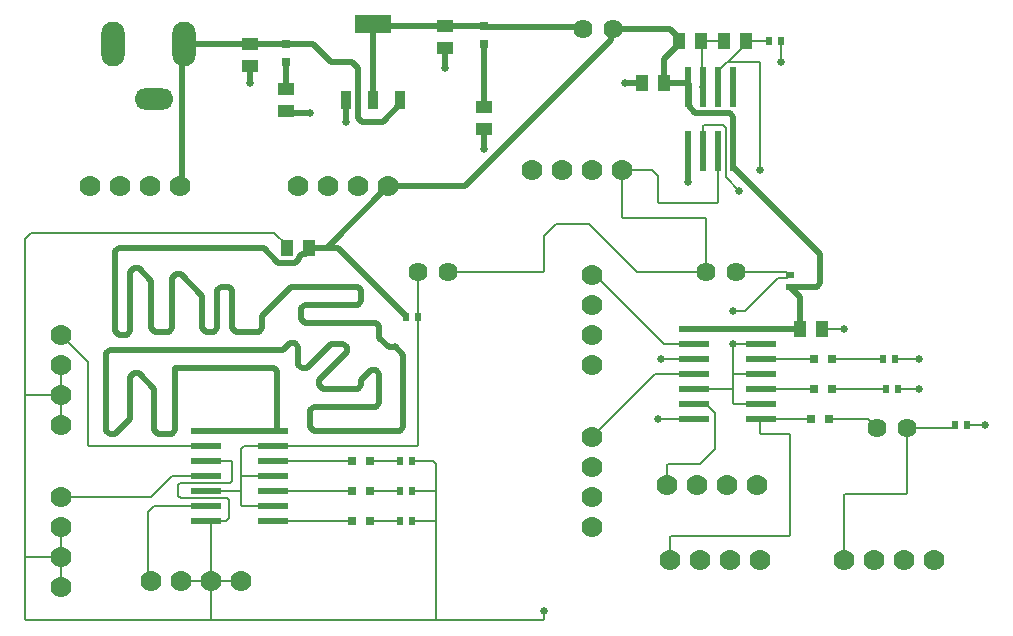
<source format=gtl>
G04*
G04 #@! TF.GenerationSoftware,Altium Limited,Altium Designer,21.8.1 (53)*
G04*
G04 Layer_Physical_Order=1*
G04 Layer_Color=255*
%FSLAX25Y25*%
%MOIN*%
G70*
G04*
G04 #@! TF.SameCoordinates,EC8DCCC1-7592-430C-AF42-B363D8801F71*
G04*
G04*
G04 #@! TF.FilePolarity,Positive*
G04*
G01*
G75*
%ADD10C,0.00600*%
%ADD11C,0.02000*%
%ADD12C,0.01500*%
%ADD19R,0.03300X0.06300*%
%ADD20R,0.12200X0.06300*%
%ADD21R,0.03937X0.05709*%
%ADD22R,0.03150X0.03150*%
%ADD23R,0.02362X0.02756*%
%ADD24R,0.10433X0.02362*%
%ADD25R,0.05709X0.03937*%
%ADD26R,0.02362X0.13386*%
%ADD27R,0.03150X0.03150*%
%ADD28R,0.02756X0.02362*%
%ADD41C,0.07000*%
%ADD42C,0.06378*%
%ADD43O,0.12992X0.07087*%
%ADD44O,0.07874X0.14961*%
%ADD45C,0.02500*%
D10*
X25352Y61000D02*
X64335D01*
X25000Y61352D02*
X25352Y61000D01*
X25000Y61352D02*
Y89000D01*
X16000Y98000D02*
X25000Y89000D01*
X135000Y61352D02*
Y103969D01*
X134649Y61000D02*
X135000Y61352D01*
X4000Y78000D02*
Y130000D01*
X6000Y132000D01*
X140648Y3000D02*
X176648D01*
X177000Y3351D02*
Y6000D01*
X176648Y3000D02*
X177000Y3351D01*
X66000Y3000D02*
X140648D01*
X4352D02*
X66000D01*
Y16000D01*
X4000Y24000D02*
Y78000D01*
Y3351D02*
Y24000D01*
X16000D01*
X141000Y3351D02*
Y35649D01*
X140648Y3000D02*
X141000Y3351D01*
X140648Y36000D02*
X141000Y35649D01*
X4000Y3351D02*
X4352Y3000D01*
X4000Y78000D02*
X16000D01*
X65119Y36000D02*
X71000D01*
X64335D02*
X65119D01*
X66000Y35119D01*
Y16000D02*
Y35119D01*
X6000Y132000D02*
X87146D01*
X91260Y127000D02*
Y127886D01*
X87146Y132000D02*
X91260Y127886D01*
X66000Y16000D02*
X76000D01*
X56000D02*
X66000D01*
X16000Y24000D02*
Y34000D01*
Y14000D02*
Y24000D01*
Y78000D02*
Y88000D01*
Y68000D02*
Y78000D01*
X132937Y36000D02*
X140648D01*
X141000Y36351D01*
Y46352D01*
X132937Y46000D02*
X140648D01*
X141000Y46352D02*
Y55000D01*
X140648Y46000D02*
X141000Y46352D01*
X140000Y56000D02*
X141000Y55000D01*
X132937Y56000D02*
X140000D01*
X71000Y36000D02*
X72000Y37000D01*
Y43000D01*
X71481Y43519D02*
X72000Y43000D01*
X55833Y43519D02*
X71481D01*
X55000Y44352D02*
Y48000D01*
Y44352D02*
X55833Y43519D01*
X55519Y48519D02*
X72167D01*
X55000Y48000D02*
X55519Y48519D01*
X72167D02*
X73000Y49352D01*
Y55648D01*
X64335Y56000D02*
X72649D01*
X73000Y55648D01*
X45000Y17000D02*
X46000Y16000D01*
X45000Y17000D02*
Y39000D01*
X47000Y41000D02*
X64335D01*
X45000Y39000D02*
X47000Y41000D01*
X53000Y51000D02*
X64335D01*
X46000Y44000D02*
X53000Y51000D01*
X16000Y44000D02*
X46000D01*
X76000Y46352D02*
Y51351D01*
Y41352D02*
Y46352D01*
X64335Y46000D02*
X75648D01*
X76000Y46352D01*
Y41352D02*
X76351Y41000D01*
X86665D01*
X76351Y51000D02*
X86665D01*
X76000Y51351D02*
Y60000D01*
Y51351D02*
X76351Y51000D01*
X76000Y60000D02*
X77000Y61000D01*
X86665D01*
X134649D01*
X134968Y104000D02*
X135000Y103969D01*
X134968Y104000D02*
X135000Y104032D01*
Y119000D01*
X118905Y36000D02*
X129000D01*
X86665D02*
X113000D01*
X118905Y46000D02*
X129000D01*
X86665D02*
X113000D01*
X118905Y56000D02*
X129000D01*
X86665D02*
X113000D01*
X208000Y119000D02*
X231000D01*
X181000Y135000D02*
X192000D01*
X208000Y119000D01*
X176648D02*
X177000Y119351D01*
X145000Y119000D02*
X176648D01*
X177000Y119351D02*
Y131000D01*
X181000Y135000D01*
X240352Y75000D02*
X249165D01*
X240000Y75352D02*
X240352Y75000D01*
X240000Y75352D02*
Y80352D01*
Y85352D01*
X226835Y80000D02*
X239649D01*
X240000Y80352D01*
X240352Y85000D02*
X249165D01*
X240000Y85352D02*
Y95000D01*
Y85352D02*
X240352Y85000D01*
X240000Y95000D02*
X249165D01*
X240000Y106000D02*
X244000D01*
X255119Y117119D01*
X258119D02*
X259000Y118000D01*
X255119Y117119D02*
X258119D01*
X236649Y168000D02*
X237519Y167130D01*
Y150481D02*
Y167130D01*
Y150481D02*
X242000Y146000D01*
X230351Y168000D02*
X236649D01*
X230000Y159370D02*
Y167648D01*
X230351Y168000D01*
X238366Y189000D02*
X244480Y195114D01*
X238366Y189000D02*
X248649D01*
X237858D02*
X238366D01*
X235000Y186142D02*
X237858Y189000D01*
X249000Y153000D02*
Y188648D01*
X248649Y189000D02*
X249000Y188648D01*
X235000Y180630D02*
Y186142D01*
X214000Y85000D02*
X226835D01*
X193000Y64000D02*
X214000Y85000D01*
X217000Y95000D02*
X226835D01*
X193000Y118000D02*
X194000D01*
X217000Y95000D01*
X249000Y65351D02*
Y69835D01*
X249352Y65000D02*
X258648D01*
X249000Y69835D02*
X249165Y70000D01*
X249000Y65351D02*
X249352Y65000D01*
X259000Y31352D02*
Y64648D01*
X258648Y65000D02*
X259000Y64648D01*
X219352Y31000D02*
X258648D01*
X259000Y31352D01*
X219000Y23000D02*
Y30648D01*
X219352Y31000D01*
X218000Y48000D02*
Y54649D01*
X218352Y55000D02*
X229000D01*
X218000Y54649D02*
X218352Y55000D01*
X229000D02*
X234000Y60000D01*
Y71870D01*
X226835Y75000D02*
X230870D01*
X234000Y71870D01*
X241000Y119000D02*
X257803D01*
X258803Y118000D01*
X259000D01*
X215000Y70000D02*
X226835D01*
X216000Y90000D02*
X226835D01*
X257937Y119000D02*
X258000Y118937D01*
X231000Y119000D02*
Y136648D01*
X230648Y137000D02*
X231000Y136648D01*
X203351Y137000D02*
X230648D01*
X203000Y137352D02*
Y153000D01*
Y137352D02*
X203351Y137000D01*
X269740Y100000D02*
X277000D01*
X298000Y45351D02*
Y67000D01*
X277351Y45000D02*
X297649D01*
X298000Y45351D01*
X277000Y44649D02*
X277351Y45000D01*
X277000Y23000D02*
Y44649D01*
X285000Y70000D02*
X288000Y67000D01*
X271953Y70000D02*
X285000D01*
X317969Y68000D02*
X324000D01*
X313150Y67000D02*
X314032Y67881D01*
X298000Y67000D02*
X313150D01*
X314032Y67881D02*
Y68000D01*
X295000Y80000D02*
X302000D01*
X293969Y90000D02*
X302000D01*
X249165Y70000D02*
X266047D01*
X272953Y80000D02*
X291063D01*
X249165D02*
X267047D01*
X272953Y90000D02*
X290032D01*
X249165D02*
X267047D01*
X235000Y142351D02*
Y159370D01*
X234648Y142000D02*
X235000Y142351D01*
X215352Y142000D02*
X234648D01*
X215000Y142351D02*
Y151000D01*
Y142351D02*
X215352Y142000D01*
X213000Y153000D02*
X215000Y151000D01*
X203000Y153000D02*
X213000D01*
X244480Y196000D02*
X252000D01*
X244480Y195114D02*
Y196000D01*
X255968Y189032D02*
Y195968D01*
X229480Y196000D02*
X237000D01*
X229819Y180811D02*
Y195661D01*
D11*
X125000Y147500D02*
X150500D01*
X199162Y199162D02*
X200000Y200000D01*
X150500Y147500D02*
X199162Y196162D01*
Y199162D01*
X86500Y66000D02*
X87819D01*
X64335D02*
X86500D01*
X54000Y87000D02*
X86828D01*
X87819Y66000D02*
X88000Y66181D01*
Y85828D01*
X86828Y87000D02*
X88000Y85828D01*
X47000Y66172D02*
X48172Y65000D01*
X52828D01*
X54000Y66172D01*
X47000D02*
Y80000D01*
X54000Y66172D02*
Y87000D01*
X32172Y64828D02*
X33828D01*
X39000Y70000D01*
Y84000D01*
X31000Y66000D02*
Y91828D01*
Y66000D02*
X32172Y64828D01*
X41828Y85172D02*
X47000Y80000D01*
X40172Y85172D02*
X41828D01*
X39000Y84000D02*
X40172Y85172D01*
X83000Y104343D02*
X92657Y114000D01*
X114828D01*
X116000Y109172D02*
Y112828D01*
X114828Y114000D02*
X116000Y112828D01*
X97172Y108000D02*
X114828D01*
X116000Y109172D01*
X96000Y106828D02*
X97172Y108000D01*
X108228Y127000D02*
X131032Y104197D01*
X74172Y99000D02*
X81828D01*
X83000Y100172D01*
Y104343D01*
X96000Y103172D02*
Y106828D01*
X73000Y100172D02*
Y112828D01*
Y100172D02*
X74172Y99000D01*
X69172Y114000D02*
X71828D01*
X73000Y112828D01*
X68000D02*
X69172Y114000D01*
X64172Y99000D02*
X66828D01*
X68000Y100172D02*
Y112828D01*
X66828Y99000D02*
X68000Y100172D01*
X53000D02*
Y117000D01*
X54172Y118172D01*
X55828D02*
X63000Y111000D01*
X47172Y99000D02*
X51828D01*
X54172Y118172D02*
X55828D01*
X51828Y99000D02*
X53000Y100172D01*
X40172Y120172D02*
X41828D01*
X34000Y99172D02*
Y125828D01*
X46000Y100172D02*
X47172Y99000D01*
X39000Y99172D02*
Y119000D01*
X46000Y100172D02*
Y116000D01*
X35172Y127000D02*
X83609D01*
X39000Y119000D02*
X40172Y120172D01*
X41828D02*
X46000Y116000D01*
X35172Y98000D02*
X37828D01*
X39000Y99172D01*
X34000D02*
X35172Y98000D01*
X34000Y125828D02*
X35172Y127000D01*
X63000Y100172D02*
X64172Y99000D01*
X63000Y100172D02*
Y111000D01*
X83609Y127000D02*
X88463Y122146D01*
X95228Y123317D02*
Y123974D01*
X96400Y125146D01*
X97772D01*
X98740Y126114D01*
Y127000D01*
X94057Y122146D02*
X95228Y123317D01*
X88463Y122146D02*
X94057D01*
X92172Y95172D02*
X93828D01*
X120828Y74000D02*
X122000Y75172D01*
X127172Y94172D02*
X130000Y91343D01*
X114828Y80000D02*
X116000Y81172D01*
X130000Y67172D02*
Y91343D01*
X99000Y72828D02*
X100172Y74000D01*
X116000Y81172D02*
Y83000D01*
X122000Y97000D02*
Y100828D01*
X100172Y66000D02*
X128828D01*
X97172Y102000D02*
X120828D01*
X116000Y83000D02*
X119172Y86172D01*
X125172Y93828D02*
X126828D01*
X128828Y66000D02*
X130000Y67172D01*
X110000Y95000D02*
X111172Y93828D01*
X119172Y86172D02*
X120828D01*
X100172Y74000D02*
X120828D01*
X93828Y95172D02*
X95000Y94000D01*
X120828Y102000D02*
X122000Y100828D01*
X126828Y93828D02*
X127172Y94172D01*
X122000Y75172D02*
Y85000D01*
X103172Y80000D02*
X114828D01*
X32172Y93000D02*
X90000D01*
X122000Y97000D02*
X125172Y93828D01*
X102000Y81172D02*
X103172Y80000D01*
X96172Y86828D02*
X97828D01*
X120828Y86172D02*
X122000Y85000D01*
X96000Y103172D02*
X97172Y102000D01*
X99000Y67172D02*
Y72828D01*
Y67172D02*
X100172Y66000D01*
X102000Y81172D02*
Y83000D01*
X111172Y92172D01*
Y93828D01*
X106000Y95000D02*
X110000D01*
X97828Y86828D02*
X106000Y95000D01*
X95000Y88000D02*
X96172Y86828D01*
X95000Y88000D02*
Y94000D01*
X90000Y93000D02*
X92172Y95172D01*
X31000Y91828D02*
X32172Y93000D01*
X104500Y127000D02*
X108228D01*
X104500D02*
X125000Y147500D01*
X98740Y127000D02*
X104500D01*
X131032Y104000D02*
Y104197D01*
X240000Y153858D02*
X269000Y124858D01*
Y115172D02*
Y124858D01*
X267828Y114000D02*
X269000Y115172D01*
X259260Y114000D02*
X267828D01*
X238828Y171937D02*
X240000Y170765D01*
Y153858D02*
Y170765D01*
X225181Y174172D02*
X227416Y171937D01*
X225181Y174172D02*
Y181638D01*
X227416Y171937D02*
X238828D01*
X224819Y182000D02*
X225181Y181638D01*
X204000Y182000D02*
X209520D01*
X226835Y100000D02*
X249000D01*
X262260D01*
X259260Y114000D02*
X259378Y113882D01*
X259197Y114063D02*
X259260Y114000D01*
X259378Y113685D02*
Y113882D01*
X259000Y114063D02*
X259197D01*
X259378Y113685D02*
X262260Y110803D01*
Y100000D02*
Y110803D01*
X255937Y196000D02*
X255968Y195968D01*
Y189032D02*
X256000Y189000D01*
X229819Y180811D02*
X230000Y180630D01*
X229480Y196000D02*
X229819Y195661D01*
X217000Y190114D02*
X222000Y195114D01*
Y196000D01*
X217000Y182000D02*
Y190114D01*
X218886Y200000D02*
X222000Y196886D01*
X200000Y200000D02*
X218886D01*
X222000Y196000D02*
Y196886D01*
X217000Y182000D02*
X224819D01*
X225000Y149000D02*
Y159370D01*
X157000Y160000D02*
Y166520D01*
X144000Y187000D02*
Y193520D01*
X110950Y169050D02*
Y176350D01*
X110900Y176400D02*
X110950Y176350D01*
Y169050D02*
X111000Y169000D01*
X91424Y172096D02*
X98904D01*
X91000Y172520D02*
X91424Y172096D01*
X98904D02*
X99000Y172000D01*
X79000Y182000D02*
Y187520D01*
X157000Y174000D02*
Y195095D01*
X129100Y174900D02*
Y176400D01*
X123200Y169000D02*
X129100Y174900D01*
X115000Y170172D02*
Y186828D01*
X116172Y169000D02*
X123200D01*
X115000Y170172D02*
X116172Y169000D01*
X106000Y189000D02*
X112828D01*
X115000Y186828D01*
X100094Y194905D02*
X106000Y189000D01*
X91000Y194905D02*
X100094D01*
X189500Y200500D02*
X190000Y200000D01*
X157000Y201000D02*
X157500Y200500D01*
X189500D01*
X144000Y201000D02*
X157000D01*
X120000Y201600D02*
X120600Y201000D01*
X144000D01*
X120000Y176400D02*
Y201600D01*
X91000Y180000D02*
Y189000D01*
X79047Y194953D02*
X90953D01*
X79000Y195000D02*
X79047Y194953D01*
X90953D02*
X91000Y194905D01*
X56250Y148250D02*
Y194250D01*
X57000Y195000D02*
X79000D01*
D12*
X55500Y147500D02*
X56250Y148250D01*
Y194250D02*
X57000Y195000D01*
D19*
X129100Y176400D02*
D03*
X120000D02*
D03*
X110900D02*
D03*
D20*
X120000Y201600D02*
D03*
D21*
X91260Y127000D02*
D03*
X98740D02*
D03*
X209520Y182000D02*
D03*
X217000D02*
D03*
X269740Y100000D02*
D03*
X262260D02*
D03*
X222000Y196000D02*
D03*
X229480D02*
D03*
X237000D02*
D03*
X244480D02*
D03*
D22*
X113000Y56000D02*
D03*
X118905D02*
D03*
X113000Y36000D02*
D03*
X118905D02*
D03*
X113000Y46000D02*
D03*
X118905D02*
D03*
X267047Y90000D02*
D03*
X272953D02*
D03*
X267047Y80000D02*
D03*
X272953D02*
D03*
X266047Y70000D02*
D03*
X271953D02*
D03*
D23*
X129000Y56000D02*
D03*
X132937D02*
D03*
X129000Y36000D02*
D03*
X132937D02*
D03*
X129000Y46000D02*
D03*
X132937D02*
D03*
X291063Y80000D02*
D03*
X295000D02*
D03*
X252000Y196000D02*
D03*
X255937D02*
D03*
X131032Y104000D02*
D03*
X134968D02*
D03*
X290032Y90000D02*
D03*
X293969D02*
D03*
X314032Y68000D02*
D03*
X317969D02*
D03*
D24*
X226835Y100000D02*
D03*
Y95000D02*
D03*
Y90000D02*
D03*
Y85000D02*
D03*
Y80000D02*
D03*
Y75000D02*
D03*
Y70000D02*
D03*
X249165D02*
D03*
Y75000D02*
D03*
Y80000D02*
D03*
Y85000D02*
D03*
Y90000D02*
D03*
Y95000D02*
D03*
X249000Y100000D02*
D03*
X64335Y66000D02*
D03*
Y61000D02*
D03*
Y56000D02*
D03*
Y51000D02*
D03*
Y46000D02*
D03*
Y41000D02*
D03*
Y36000D02*
D03*
X86665D02*
D03*
Y41000D02*
D03*
Y46000D02*
D03*
Y51000D02*
D03*
Y56000D02*
D03*
Y61000D02*
D03*
X86500Y66000D02*
D03*
D25*
X91000Y172520D02*
D03*
Y180000D02*
D03*
X79000Y195000D02*
D03*
Y187520D02*
D03*
X144000Y201000D02*
D03*
Y193520D02*
D03*
X157000Y166520D02*
D03*
Y174000D02*
D03*
D26*
X225000Y180630D02*
D03*
X230000D02*
D03*
X235000D02*
D03*
X240000D02*
D03*
Y159370D02*
D03*
X235000D02*
D03*
X230000D02*
D03*
X225000D02*
D03*
D27*
X91000Y194905D02*
D03*
Y189000D02*
D03*
X157000Y201000D02*
D03*
Y195095D02*
D03*
D28*
X259000Y114063D02*
D03*
Y118000D02*
D03*
D41*
X16000Y88000D02*
D03*
Y98000D02*
D03*
Y68000D02*
D03*
Y78000D02*
D03*
X287000Y23000D02*
D03*
X277000D02*
D03*
X307000D02*
D03*
X297000D02*
D03*
X228000Y48000D02*
D03*
X218000D02*
D03*
X248000D02*
D03*
X238000D02*
D03*
X193000Y153000D02*
D03*
X203000D02*
D03*
X173000D02*
D03*
X183000D02*
D03*
X115000Y147500D02*
D03*
X125000D02*
D03*
X95000D02*
D03*
X105000D02*
D03*
X45500D02*
D03*
X55500D02*
D03*
X25500D02*
D03*
X35500D02*
D03*
X16000Y34000D02*
D03*
Y44000D02*
D03*
Y14000D02*
D03*
Y24000D02*
D03*
X193000Y108000D02*
D03*
Y118000D02*
D03*
Y88000D02*
D03*
Y98000D02*
D03*
X56000Y16000D02*
D03*
X46000D02*
D03*
X76000D02*
D03*
X66000D02*
D03*
X193000Y54000D02*
D03*
Y64000D02*
D03*
Y34000D02*
D03*
Y44000D02*
D03*
X229000Y23000D02*
D03*
X219000D02*
D03*
X249000D02*
D03*
X239000D02*
D03*
D42*
X200000Y200000D02*
D03*
X190000D02*
D03*
X145000Y119000D02*
D03*
X135000D02*
D03*
X231000D02*
D03*
X241000D02*
D03*
X298000Y67000D02*
D03*
X288000D02*
D03*
D43*
X47157Y176693D02*
D03*
D44*
X33378Y195000D02*
D03*
X57000D02*
D03*
D45*
X177000Y6000D02*
D03*
X240000Y95000D02*
D03*
Y106000D02*
D03*
X242000Y146000D02*
D03*
X249000Y153000D02*
D03*
X204000Y182000D02*
D03*
X215000Y70000D02*
D03*
X216000Y90000D02*
D03*
X277000Y100000D02*
D03*
X324000Y68000D02*
D03*
X302000Y80000D02*
D03*
Y90000D02*
D03*
X256000Y189000D02*
D03*
X225000Y149000D02*
D03*
X99000Y172000D02*
D03*
X157000Y160000D02*
D03*
X144000Y187000D02*
D03*
X111000Y169000D02*
D03*
X79000Y182000D02*
D03*
M02*

</source>
